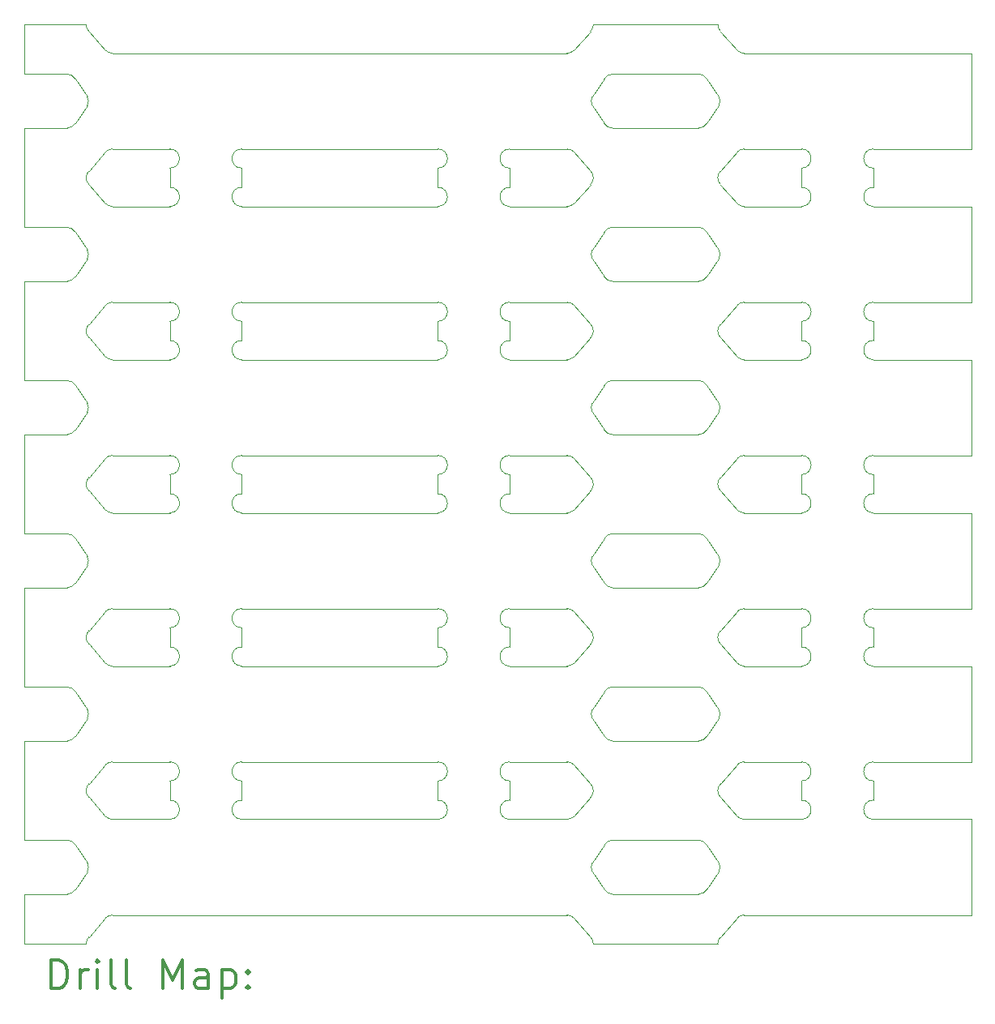
<source format=gbr>
%FSLAX45Y45*%
G04 Gerber Fmt 4.5, Leading zero omitted, Abs format (unit mm)*
G04 Created by KiCad (PCBNEW (5.1.10)-1) date 2021-12-18 23:32:23*
%MOMM*%
%LPD*%
G01*
G04 APERTURE LIST*
%TA.AperFunction,Profile*%
%ADD10C,0.050000*%
%TD*%
%ADD11C,0.200000*%
%ADD12C,0.300000*%
G04 APERTURE END LIST*
D10*
X9900000Y-17700000D02*
X9900000Y-18700000D01*
X9900000Y-16100000D02*
X9900000Y-17100000D01*
X9900000Y-14500000D02*
X9900000Y-15500000D01*
X9900000Y-12900000D02*
X9900000Y-13900000D01*
X9900000Y-11300000D02*
X9900000Y-12300000D01*
X9900000Y-9700000D02*
X9900000Y-10700000D01*
X8125000Y-18700000D02*
X8875000Y-18700000D01*
X5950000Y-19000000D02*
X7250000Y-19000000D01*
X1525000Y-18700000D02*
X2275000Y-18700000D01*
X0Y-19000000D02*
X650000Y-19000000D01*
X5950000Y-9400000D02*
X7250000Y-9400000D01*
X1525000Y-9700000D02*
X2275000Y-9700000D01*
X0Y-9400000D02*
X650000Y-9400000D01*
X2275000Y-17500000D02*
X2275000Y-17400000D01*
X2275000Y-15900000D02*
X2275000Y-15800000D01*
X2275000Y-14300000D02*
X2275000Y-14200000D01*
X2275000Y-12700000D02*
X2275000Y-12600000D01*
X2275000Y-11100000D02*
X2275000Y-11000000D01*
X1525000Y-17500000D02*
X1525000Y-17400000D01*
X1525000Y-15900000D02*
X1525000Y-15800000D01*
X1525000Y-14300000D02*
X1525000Y-14200000D01*
X1525000Y-12700000D02*
X1525000Y-12600000D01*
X1525000Y-11100000D02*
X1525000Y-11000000D01*
X1525000Y-17500000D02*
G75*
G02*
X1525000Y-17700000I0J-100000D01*
G01*
X1525000Y-15900000D02*
G75*
G02*
X1525000Y-16100000I0J-100000D01*
G01*
X1525000Y-14300000D02*
G75*
G02*
X1525000Y-14500000I0J-100000D01*
G01*
X1525000Y-12700000D02*
G75*
G02*
X1525000Y-12900000I0J-100000D01*
G01*
X1525000Y-11100000D02*
G75*
G02*
X1525000Y-11300000I0J-100000D01*
G01*
X2700000Y-17700000D02*
X2275000Y-17700000D01*
X2700000Y-16100000D02*
X2275000Y-16100000D01*
X2700000Y-14500000D02*
X2275000Y-14500000D01*
X2700000Y-12900000D02*
X2275000Y-12900000D01*
X2700000Y-11300000D02*
X2275000Y-11300000D01*
X1525000Y-17300000D02*
X1525000Y-17400000D01*
X1525000Y-15700000D02*
X1525000Y-15800000D01*
X1525000Y-14100000D02*
X1525000Y-14200000D01*
X1525000Y-12500000D02*
X1525000Y-12600000D01*
X2275000Y-17300000D02*
X2275000Y-17400000D01*
X2275000Y-15700000D02*
X2275000Y-15800000D01*
X2275000Y-14100000D02*
X2275000Y-14200000D01*
X2275000Y-12500000D02*
X2275000Y-12600000D01*
X2275000Y-17700000D02*
G75*
G02*
X2275000Y-17500000I0J100000D01*
G01*
X2275000Y-16100000D02*
G75*
G02*
X2275000Y-15900000I0J100000D01*
G01*
X2275000Y-14500000D02*
G75*
G02*
X2275000Y-14300000I0J100000D01*
G01*
X2275000Y-12900000D02*
G75*
G02*
X2275000Y-12700000I0J100000D01*
G01*
X2275000Y-11300000D02*
G75*
G02*
X2275000Y-11100000I0J100000D01*
G01*
X1525000Y-17700000D02*
X1100000Y-17700000D01*
X1525000Y-16100000D02*
X1100000Y-16100000D01*
X1525000Y-14500000D02*
X1100000Y-14500000D01*
X1525000Y-12900000D02*
X1100000Y-12900000D01*
X1525000Y-11300000D02*
X1100000Y-11300000D01*
X6150000Y-18482000D02*
X6600000Y-18482000D01*
X6150000Y-16882000D02*
X6600000Y-16882000D01*
X6150000Y-15282000D02*
X6600000Y-15282000D01*
X6150000Y-13682000D02*
X6600000Y-13682000D01*
X6150000Y-12082000D02*
X6600000Y-12082000D01*
X679289Y-17470711D02*
X854289Y-17670711D01*
X679289Y-15870711D02*
X854289Y-16070711D01*
X679289Y-14270711D02*
X854289Y-14470711D01*
X679289Y-12670711D02*
X854289Y-12870711D01*
X679289Y-11070711D02*
X854289Y-11270711D01*
X7136602Y-17968000D02*
G75*
G03*
X7050000Y-17918000I-86603J-50000D01*
G01*
X7136602Y-16368000D02*
G75*
G03*
X7050000Y-16318000I-86603J-50000D01*
G01*
X7136602Y-14768000D02*
G75*
G03*
X7050000Y-14718000I-86603J-50000D01*
G01*
X7136602Y-13168000D02*
G75*
G03*
X7050000Y-13118000I-86603J-50000D01*
G01*
X7136602Y-11568000D02*
G75*
G03*
X7050000Y-11518000I-86603J-50000D01*
G01*
X6063397Y-17968000D02*
G75*
G02*
X6150000Y-17918000I86603J-50000D01*
G01*
X6063397Y-16368000D02*
G75*
G02*
X6150000Y-16318000I86603J-50000D01*
G01*
X6063397Y-14768000D02*
G75*
G02*
X6150000Y-14718000I86603J-50000D01*
G01*
X6063397Y-13168000D02*
G75*
G02*
X6150000Y-13118000I86603J-50000D01*
G01*
X6063397Y-11568000D02*
G75*
G02*
X6150000Y-11518000I86603J-50000D01*
G01*
X7136602Y-18432000D02*
X7261000Y-18246699D01*
X7136602Y-16832000D02*
X7261000Y-16646699D01*
X7136602Y-15232000D02*
X7261000Y-15046699D01*
X7136602Y-13632000D02*
X7261000Y-13446699D01*
X7136602Y-12032000D02*
X7261000Y-11846699D01*
X7050000Y-17918000D02*
X6600000Y-17918000D01*
X7050000Y-16318000D02*
X6600000Y-16318000D01*
X7050000Y-14718000D02*
X6600000Y-14718000D01*
X7050000Y-13118000D02*
X6600000Y-13118000D01*
X7050000Y-11518000D02*
X6600000Y-11518000D01*
X7261000Y-18153301D02*
G75*
G02*
X7273513Y-18200000I-80885J-46699D01*
G01*
X7261000Y-16553301D02*
G75*
G02*
X7273513Y-16600000I-80885J-46699D01*
G01*
X7261000Y-14953301D02*
G75*
G02*
X7273513Y-15000000I-80885J-46699D01*
G01*
X7261000Y-13353301D02*
G75*
G02*
X7273513Y-13400000I-80885J-46699D01*
G01*
X7261000Y-11753301D02*
G75*
G02*
X7273513Y-11800000I-80885J-46699D01*
G01*
X4325000Y-17500000D02*
X4325000Y-17400000D01*
X4325000Y-15900000D02*
X4325000Y-15800000D01*
X4325000Y-14300000D02*
X4325000Y-14200000D01*
X4325000Y-12700000D02*
X4325000Y-12600000D01*
X4325000Y-11100000D02*
X4325000Y-11000000D01*
X6063397Y-17968000D02*
X5939000Y-18153301D01*
X6063397Y-16368000D02*
X5939000Y-16553301D01*
X6063397Y-14768000D02*
X5939000Y-14953301D01*
X6063397Y-13168000D02*
X5939000Y-13353301D01*
X6063397Y-11568000D02*
X5939000Y-11753301D01*
X4325000Y-17300000D02*
X4325000Y-17400000D01*
X4325000Y-15700000D02*
X4325000Y-15800000D01*
X4325000Y-14100000D02*
X4325000Y-14200000D01*
X4325000Y-12500000D02*
X4325000Y-12600000D01*
X5075000Y-17300000D02*
G75*
G02*
X5075000Y-17100000I0J100000D01*
G01*
X5075000Y-15700000D02*
G75*
G02*
X5075000Y-15500000I0J100000D01*
G01*
X5075000Y-14100000D02*
G75*
G02*
X5075000Y-13900000I0J100000D01*
G01*
X5075000Y-12500000D02*
G75*
G02*
X5075000Y-12300000I0J100000D01*
G01*
X5075000Y-18700000D02*
X5500000Y-18700000D01*
X5075000Y-17100000D02*
X5500000Y-17100000D01*
X5075000Y-15500000D02*
X5500000Y-15500000D01*
X5075000Y-13900000D02*
X5500000Y-13900000D01*
X5075000Y-12300000D02*
X5500000Y-12300000D01*
X5920711Y-18929289D02*
X5745711Y-18729289D01*
X5920711Y-17329289D02*
X5745711Y-17129289D01*
X5920711Y-15729289D02*
X5745711Y-15529289D01*
X5920711Y-14129289D02*
X5745711Y-13929289D01*
X5920711Y-12529289D02*
X5745711Y-12329289D01*
X5920711Y-18929289D02*
G75*
G02*
X5950000Y-19000000I-70711J-70711D01*
G01*
X5920711Y-17329289D02*
G75*
G02*
X5950000Y-17400000I-70711J-70711D01*
G01*
X5920711Y-15729289D02*
G75*
G02*
X5950000Y-15800000I-70711J-70711D01*
G01*
X5920711Y-14129289D02*
G75*
G02*
X5950000Y-14200000I-70711J-70711D01*
G01*
X5920711Y-12529289D02*
G75*
G02*
X5950000Y-12600000I-70711J-70711D01*
G01*
X3300000Y-17700000D02*
X3700000Y-17700000D01*
X3300000Y-16100000D02*
X3700000Y-16100000D01*
X3300000Y-14500000D02*
X3700000Y-14500000D01*
X3300000Y-12900000D02*
X3700000Y-12900000D01*
X3300000Y-11300000D02*
X3700000Y-11300000D01*
X6150000Y-17918000D02*
X6600000Y-17918000D01*
X6150000Y-16318000D02*
X6600000Y-16318000D01*
X6150000Y-14718000D02*
X6600000Y-14718000D01*
X6150000Y-13118000D02*
X6600000Y-13118000D01*
X6150000Y-11518000D02*
X6600000Y-11518000D01*
X5675000Y-18700000D02*
X5500000Y-18700000D01*
X5675000Y-17100000D02*
X5500000Y-17100000D01*
X5675000Y-15500000D02*
X5500000Y-15500000D01*
X5675000Y-13900000D02*
X5500000Y-13900000D01*
X5675000Y-12300000D02*
X5500000Y-12300000D01*
X5939000Y-18246699D02*
G75*
G02*
X5926487Y-18200000I80885J46699D01*
G01*
X5939000Y-16646699D02*
G75*
G02*
X5926487Y-16600000I80885J46699D01*
G01*
X5939000Y-15046699D02*
G75*
G02*
X5926487Y-15000000I80885J46699D01*
G01*
X5939000Y-13446699D02*
G75*
G02*
X5926487Y-13400000I80885J46699D01*
G01*
X5939000Y-11846699D02*
G75*
G02*
X5926487Y-11800000I80885J46699D01*
G01*
X3900000Y-18700000D02*
X3700000Y-18700000D01*
X3900000Y-17100000D02*
X3700000Y-17100000D01*
X3900000Y-15500000D02*
X3700000Y-15500000D01*
X3900000Y-13900000D02*
X3700000Y-13900000D01*
X3900000Y-12300000D02*
X3700000Y-12300000D01*
X925000Y-18700000D02*
X1100000Y-18700000D01*
X925000Y-17100000D02*
X1100000Y-17100000D01*
X925000Y-15500000D02*
X1100000Y-15500000D01*
X925000Y-13900000D02*
X1100000Y-13900000D01*
X925000Y-12300000D02*
X1100000Y-12300000D01*
X5920711Y-17470711D02*
G75*
G03*
X5950000Y-17400000I-70711J70711D01*
G01*
X5920711Y-15870711D02*
G75*
G03*
X5950000Y-15800000I-70711J70711D01*
G01*
X5920711Y-14270711D02*
G75*
G03*
X5950000Y-14200000I-70711J70711D01*
G01*
X5920711Y-12670711D02*
G75*
G03*
X5950000Y-12600000I-70711J70711D01*
G01*
X5920711Y-11070711D02*
G75*
G03*
X5950000Y-11000000I-70711J70711D01*
G01*
X3700000Y-17700000D02*
X3900000Y-17700000D01*
X3700000Y-16100000D02*
X3900000Y-16100000D01*
X3700000Y-14500000D02*
X3900000Y-14500000D01*
X3700000Y-12900000D02*
X3900000Y-12900000D01*
X3700000Y-11300000D02*
X3900000Y-11300000D01*
X3600000Y-18700000D02*
X3700000Y-18700000D01*
X3600000Y-17100000D02*
X3700000Y-17100000D01*
X3600000Y-15500000D02*
X3700000Y-15500000D01*
X3600000Y-13900000D02*
X3700000Y-13900000D01*
X3600000Y-12300000D02*
X3700000Y-12300000D01*
X925000Y-17700000D02*
X1100000Y-17700000D01*
X925000Y-16100000D02*
X1100000Y-16100000D01*
X925000Y-14500000D02*
X1100000Y-14500000D01*
X925000Y-12900000D02*
X1100000Y-12900000D01*
X925000Y-11300000D02*
X1100000Y-11300000D01*
X5745711Y-17670711D02*
G75*
G02*
X5675000Y-17700000I-70711J70711D01*
G01*
X5745711Y-16070711D02*
G75*
G02*
X5675000Y-16100000I-70711J70711D01*
G01*
X5745711Y-14470711D02*
G75*
G02*
X5675000Y-14500000I-70711J70711D01*
G01*
X5745711Y-12870711D02*
G75*
G02*
X5675000Y-12900000I-70711J70711D01*
G01*
X5745711Y-11270711D02*
G75*
G02*
X5675000Y-11300000I-70711J70711D01*
G01*
X5745711Y-18729289D02*
G75*
G03*
X5675000Y-18700000I-70711J-70711D01*
G01*
X5745711Y-17129289D02*
G75*
G03*
X5675000Y-17100000I-70711J-70711D01*
G01*
X5745711Y-15529289D02*
G75*
G03*
X5675000Y-15500000I-70711J-70711D01*
G01*
X5745711Y-13929289D02*
G75*
G03*
X5675000Y-13900000I-70711J-70711D01*
G01*
X5745711Y-12329289D02*
G75*
G03*
X5675000Y-12300000I-70711J-70711D01*
G01*
X5075000Y-17700000D02*
G75*
G02*
X5075000Y-17500000I0J100000D01*
G01*
X5075000Y-16100000D02*
G75*
G02*
X5075000Y-15900000I0J100000D01*
G01*
X5075000Y-14500000D02*
G75*
G02*
X5075000Y-14300000I0J100000D01*
G01*
X5075000Y-12900000D02*
G75*
G02*
X5075000Y-12700000I0J100000D01*
G01*
X5075000Y-11300000D02*
G75*
G02*
X5075000Y-11100000I0J100000D01*
G01*
X4325000Y-17500000D02*
G75*
G02*
X4325000Y-17700000I0J-100000D01*
G01*
X4325000Y-15900000D02*
G75*
G02*
X4325000Y-16100000I0J-100000D01*
G01*
X4325000Y-14300000D02*
G75*
G02*
X4325000Y-14500000I0J-100000D01*
G01*
X4325000Y-12700000D02*
G75*
G02*
X4325000Y-12900000I0J-100000D01*
G01*
X4325000Y-11100000D02*
G75*
G02*
X4325000Y-11300000I0J-100000D01*
G01*
X5075000Y-17300000D02*
X5075000Y-17400000D01*
X5075000Y-15700000D02*
X5075000Y-15800000D01*
X5075000Y-14100000D02*
X5075000Y-14200000D01*
X5075000Y-12500000D02*
X5075000Y-12600000D01*
X4325000Y-17700000D02*
X3900000Y-17700000D01*
X4325000Y-16100000D02*
X3900000Y-16100000D01*
X4325000Y-14500000D02*
X3900000Y-14500000D01*
X4325000Y-12900000D02*
X3900000Y-12900000D01*
X4325000Y-11300000D02*
X3900000Y-11300000D01*
X6063397Y-18432000D02*
G75*
G03*
X6150000Y-18482000I86603J50000D01*
G01*
X6063397Y-16832000D02*
G75*
G03*
X6150000Y-16882000I86603J50000D01*
G01*
X6063397Y-15232000D02*
G75*
G03*
X6150000Y-15282000I86603J50000D01*
G01*
X6063397Y-13632000D02*
G75*
G03*
X6150000Y-13682000I86603J50000D01*
G01*
X6063397Y-12032000D02*
G75*
G03*
X6150000Y-12082000I86603J50000D01*
G01*
X4325000Y-17100000D02*
G75*
G02*
X4325000Y-17300000I0J-100000D01*
G01*
X4325000Y-15500000D02*
G75*
G02*
X4325000Y-15700000I0J-100000D01*
G01*
X4325000Y-13900000D02*
G75*
G02*
X4325000Y-14100000I0J-100000D01*
G01*
X4325000Y-12300000D02*
G75*
G02*
X4325000Y-12500000I0J-100000D01*
G01*
X5745711Y-17670711D02*
X5920711Y-17470711D01*
X5745711Y-16070711D02*
X5920711Y-15870711D01*
X5745711Y-14470711D02*
X5920711Y-14270711D01*
X5745711Y-12870711D02*
X5920711Y-12670711D01*
X5745711Y-11270711D02*
X5920711Y-11070711D01*
X5939000Y-18153301D02*
G75*
G03*
X5926487Y-18200000I80885J-46699D01*
G01*
X5939000Y-16553301D02*
G75*
G03*
X5926487Y-16600000I80885J-46699D01*
G01*
X5939000Y-14953301D02*
G75*
G03*
X5926487Y-15000000I80885J-46699D01*
G01*
X5939000Y-13353301D02*
G75*
G03*
X5926487Y-13400000I80885J-46699D01*
G01*
X5939000Y-11753301D02*
G75*
G03*
X5926487Y-11800000I80885J-46699D01*
G01*
X854289Y-18729289D02*
X679289Y-18929289D01*
X854289Y-17129289D02*
X679289Y-17329289D01*
X854289Y-15529289D02*
X679289Y-15729289D01*
X854289Y-13929289D02*
X679289Y-14129289D01*
X854289Y-12329289D02*
X679289Y-12529289D01*
X5075000Y-17500000D02*
X5075000Y-17400000D01*
X5075000Y-15900000D02*
X5075000Y-15800000D01*
X5075000Y-14300000D02*
X5075000Y-14200000D01*
X5075000Y-12700000D02*
X5075000Y-12600000D01*
X5075000Y-11100000D02*
X5075000Y-11000000D01*
X7454289Y-18729289D02*
G75*
G02*
X7525000Y-18700000I70711J-70711D01*
G01*
X7454289Y-17129289D02*
G75*
G02*
X7525000Y-17100000I70711J-70711D01*
G01*
X7454289Y-15529289D02*
G75*
G02*
X7525000Y-15500000I70711J-70711D01*
G01*
X7454289Y-13929289D02*
G75*
G02*
X7525000Y-13900000I70711J-70711D01*
G01*
X7454289Y-12329289D02*
G75*
G02*
X7525000Y-12300000I70711J-70711D01*
G01*
X9600000Y-17700000D02*
X9500000Y-17700000D01*
X9600000Y-16100000D02*
X9500000Y-16100000D01*
X9600000Y-14500000D02*
X9500000Y-14500000D01*
X9600000Y-12900000D02*
X9500000Y-12900000D01*
X9600000Y-11300000D02*
X9500000Y-11300000D01*
X9900000Y-18700000D02*
X9500000Y-18700000D01*
X9900000Y-17100000D02*
X9500000Y-17100000D01*
X9900000Y-15500000D02*
X9500000Y-15500000D01*
X9900000Y-13900000D02*
X9500000Y-13900000D01*
X9900000Y-12300000D02*
X9500000Y-12300000D01*
X7136602Y-18432000D02*
G75*
G02*
X7050000Y-18482000I-86603J50000D01*
G01*
X7136602Y-16832000D02*
G75*
G02*
X7050000Y-16882000I-86603J50000D01*
G01*
X7136602Y-15232000D02*
G75*
G02*
X7050000Y-15282000I-86603J50000D01*
G01*
X7136602Y-13632000D02*
G75*
G02*
X7050000Y-13682000I-86603J50000D01*
G01*
X7136602Y-12032000D02*
G75*
G02*
X7050000Y-12082000I-86603J50000D01*
G01*
X3600000Y-18700000D02*
X3300000Y-18700000D01*
X3600000Y-17100000D02*
X3300000Y-17100000D01*
X3600000Y-15500000D02*
X3300000Y-15500000D01*
X3600000Y-13900000D02*
X3300000Y-13900000D01*
X3600000Y-12300000D02*
X3300000Y-12300000D01*
X5500000Y-17700000D02*
X5075000Y-17700000D01*
X5500000Y-16100000D02*
X5075000Y-16100000D01*
X5500000Y-14500000D02*
X5075000Y-14500000D01*
X5500000Y-12900000D02*
X5075000Y-12900000D01*
X5500000Y-11300000D02*
X5075000Y-11300000D01*
X9600000Y-17700000D02*
X9900000Y-17700000D01*
X9600000Y-16100000D02*
X9900000Y-16100000D01*
X9600000Y-14500000D02*
X9900000Y-14500000D01*
X9600000Y-12900000D02*
X9900000Y-12900000D01*
X9600000Y-11300000D02*
X9900000Y-11300000D01*
X6063397Y-18432000D02*
X5939000Y-18246699D01*
X6063397Y-16832000D02*
X5939000Y-16646699D01*
X6063397Y-15232000D02*
X5939000Y-15046699D01*
X6063397Y-13632000D02*
X5939000Y-13446699D01*
X6063397Y-12032000D02*
X5939000Y-11846699D01*
X5675000Y-17700000D02*
X5500000Y-17700000D01*
X5675000Y-16100000D02*
X5500000Y-16100000D01*
X5675000Y-14500000D02*
X5500000Y-14500000D01*
X5675000Y-12900000D02*
X5500000Y-12900000D01*
X5675000Y-11300000D02*
X5500000Y-11300000D01*
X7261000Y-18246699D02*
G75*
G03*
X7273513Y-18200000I-80885J46699D01*
G01*
X7261000Y-16646699D02*
G75*
G03*
X7273513Y-16600000I-80885J46699D01*
G01*
X7261000Y-15046699D02*
G75*
G03*
X7273513Y-15000000I-80885J46699D01*
G01*
X7261000Y-13446699D02*
G75*
G03*
X7273513Y-13400000I-80885J46699D01*
G01*
X7261000Y-11846699D02*
G75*
G03*
X7273513Y-11800000I-80885J46699D01*
G01*
X7136602Y-17968000D02*
X7261000Y-18153301D01*
X7136602Y-16368000D02*
X7261000Y-16553301D01*
X7136602Y-14768000D02*
X7261000Y-14953301D01*
X7136602Y-13168000D02*
X7261000Y-13353301D01*
X7136602Y-11568000D02*
X7261000Y-11753301D01*
X3900000Y-18700000D02*
X5075000Y-18700000D01*
X3900000Y-17100000D02*
X4325000Y-17100000D01*
X3900000Y-15500000D02*
X4325000Y-15500000D01*
X3900000Y-13900000D02*
X4325000Y-13900000D01*
X3900000Y-12300000D02*
X4325000Y-12300000D01*
X2700000Y-17700000D02*
X2900000Y-17700000D01*
X2700000Y-16100000D02*
X2900000Y-16100000D01*
X2700000Y-14500000D02*
X2900000Y-14500000D01*
X2700000Y-12900000D02*
X2900000Y-12900000D01*
X2700000Y-11300000D02*
X2900000Y-11300000D01*
X7454289Y-17670711D02*
G75*
G03*
X7525000Y-17700000I70711J70711D01*
G01*
X7454289Y-16070711D02*
G75*
G03*
X7525000Y-16100000I70711J70711D01*
G01*
X7454289Y-14470711D02*
G75*
G03*
X7525000Y-14500000I70711J70711D01*
G01*
X7454289Y-12870711D02*
G75*
G03*
X7525000Y-12900000I70711J70711D01*
G01*
X7454289Y-11270711D02*
G75*
G03*
X7525000Y-11300000I70711J70711D01*
G01*
X1525000Y-17100000D02*
G75*
G02*
X1525000Y-17300000I0J-100000D01*
G01*
X1525000Y-15500000D02*
G75*
G02*
X1525000Y-15700000I0J-100000D01*
G01*
X1525000Y-13900000D02*
G75*
G02*
X1525000Y-14100000I0J-100000D01*
G01*
X1525000Y-12300000D02*
G75*
G02*
X1525000Y-12500000I0J-100000D01*
G01*
X2275000Y-17300000D02*
G75*
G02*
X2275000Y-17100000I0J100000D01*
G01*
X2275000Y-15700000D02*
G75*
G02*
X2275000Y-15500000I0J100000D01*
G01*
X2275000Y-14100000D02*
G75*
G02*
X2275000Y-13900000I0J100000D01*
G01*
X2275000Y-12500000D02*
G75*
G02*
X2275000Y-12300000I0J100000D01*
G01*
X1100000Y-18700000D02*
X1525000Y-18700000D01*
X1100000Y-17100000D02*
X1525000Y-17100000D01*
X1100000Y-15500000D02*
X1525000Y-15500000D01*
X1100000Y-13900000D02*
X1525000Y-13900000D01*
X1100000Y-12300000D02*
X1525000Y-12300000D01*
X2275000Y-18700000D02*
X2700000Y-18700000D01*
X2275000Y-17100000D02*
X2700000Y-17100000D01*
X2275000Y-15500000D02*
X2700000Y-15500000D01*
X2275000Y-13900000D02*
X2700000Y-13900000D01*
X2275000Y-12300000D02*
X2700000Y-12300000D01*
X679289Y-17470711D02*
G75*
G02*
X650000Y-17400000I70711J70711D01*
G01*
X679289Y-15870711D02*
G75*
G02*
X650000Y-15800000I70711J70711D01*
G01*
X679289Y-14270711D02*
G75*
G02*
X650000Y-14200000I70711J70711D01*
G01*
X679289Y-12670711D02*
G75*
G02*
X650000Y-12600000I70711J70711D01*
G01*
X679289Y-11070711D02*
G75*
G02*
X650000Y-11000000I70711J70711D01*
G01*
X679289Y-18929289D02*
G75*
G03*
X650000Y-19000000I70711J-70711D01*
G01*
X679289Y-17329289D02*
G75*
G03*
X650000Y-17400000I70711J-70711D01*
G01*
X679289Y-15729289D02*
G75*
G03*
X650000Y-15800000I70711J-70711D01*
G01*
X679289Y-14129289D02*
G75*
G03*
X650000Y-14200000I70711J-70711D01*
G01*
X679289Y-12529289D02*
G75*
G03*
X650000Y-12600000I70711J-70711D01*
G01*
X7525000Y-18700000D02*
X7700000Y-18700000D01*
X7525000Y-17100000D02*
X7700000Y-17100000D01*
X7525000Y-15500000D02*
X7700000Y-15500000D01*
X7525000Y-13900000D02*
X7700000Y-13900000D01*
X7525000Y-12300000D02*
X7700000Y-12300000D01*
X8125000Y-17500000D02*
G75*
G02*
X8125000Y-17700000I0J-100000D01*
G01*
X8125000Y-15900000D02*
G75*
G02*
X8125000Y-16100000I0J-100000D01*
G01*
X8125000Y-14300000D02*
G75*
G02*
X8125000Y-14500000I0J-100000D01*
G01*
X8125000Y-12700000D02*
G75*
G02*
X8125000Y-12900000I0J-100000D01*
G01*
X8125000Y-11100000D02*
G75*
G02*
X8125000Y-11300000I0J-100000D01*
G01*
X9300000Y-17700000D02*
X8875000Y-17700000D01*
X9300000Y-16100000D02*
X8875000Y-16100000D01*
X9300000Y-14500000D02*
X8875000Y-14500000D01*
X9300000Y-12900000D02*
X8875000Y-12900000D01*
X9300000Y-11300000D02*
X8875000Y-11300000D01*
X8125000Y-17500000D02*
X8125000Y-17400000D01*
X8125000Y-15900000D02*
X8125000Y-15800000D01*
X8125000Y-14300000D02*
X8125000Y-14200000D01*
X8125000Y-12700000D02*
X8125000Y-12600000D01*
X8125000Y-11100000D02*
X8125000Y-11000000D01*
X8125000Y-17100000D02*
G75*
G02*
X8125000Y-17300000I0J-100000D01*
G01*
X8125000Y-15500000D02*
G75*
G02*
X8125000Y-15700000I0J-100000D01*
G01*
X8125000Y-13900000D02*
G75*
G02*
X8125000Y-14100000I0J-100000D01*
G01*
X8125000Y-12300000D02*
G75*
G02*
X8125000Y-12500000I0J-100000D01*
G01*
X8875000Y-17300000D02*
X8875000Y-17400000D01*
X8875000Y-15700000D02*
X8875000Y-15800000D01*
X8875000Y-14100000D02*
X8875000Y-14200000D01*
X8875000Y-12500000D02*
X8875000Y-12600000D01*
X7279289Y-18929289D02*
G75*
G03*
X7250000Y-19000000I70711J-70711D01*
G01*
X7279289Y-17329289D02*
G75*
G03*
X7250000Y-17400000I70711J-70711D01*
G01*
X7279289Y-15729289D02*
G75*
G03*
X7250000Y-15800000I70711J-70711D01*
G01*
X7279289Y-14129289D02*
G75*
G03*
X7250000Y-14200000I70711J-70711D01*
G01*
X7279289Y-12529289D02*
G75*
G03*
X7250000Y-12600000I70711J-70711D01*
G01*
X7700000Y-18700000D02*
X8125000Y-18700000D01*
X7700000Y-17100000D02*
X8125000Y-17100000D01*
X7700000Y-15500000D02*
X8125000Y-15500000D01*
X7700000Y-13900000D02*
X8125000Y-13900000D01*
X7700000Y-12300000D02*
X8125000Y-12300000D01*
X8125000Y-17300000D02*
X8125000Y-17400000D01*
X8125000Y-15700000D02*
X8125000Y-15800000D01*
X8125000Y-14100000D02*
X8125000Y-14200000D01*
X8125000Y-12500000D02*
X8125000Y-12600000D01*
X8875000Y-17300000D02*
G75*
G02*
X8875000Y-17100000I0J100000D01*
G01*
X8875000Y-15700000D02*
G75*
G02*
X8875000Y-15500000I0J100000D01*
G01*
X8875000Y-14100000D02*
G75*
G02*
X8875000Y-13900000I0J100000D01*
G01*
X8875000Y-12500000D02*
G75*
G02*
X8875000Y-12300000I0J100000D01*
G01*
X7525000Y-17700000D02*
X7700000Y-17700000D01*
X7525000Y-16100000D02*
X7700000Y-16100000D01*
X7525000Y-14500000D02*
X7700000Y-14500000D01*
X7525000Y-12900000D02*
X7700000Y-12900000D01*
X7525000Y-11300000D02*
X7700000Y-11300000D01*
X7454289Y-18729289D02*
X7279289Y-18929289D01*
X7454289Y-17129289D02*
X7279289Y-17329289D01*
X7454289Y-15529289D02*
X7279289Y-15729289D01*
X7454289Y-13929289D02*
X7279289Y-14129289D01*
X7454289Y-12329289D02*
X7279289Y-12529289D01*
X8875000Y-18700000D02*
X9300000Y-18700000D01*
X8875000Y-17100000D02*
X9300000Y-17100000D01*
X8875000Y-15500000D02*
X9300000Y-15500000D01*
X8875000Y-13900000D02*
X9300000Y-13900000D01*
X8875000Y-12300000D02*
X9300000Y-12300000D01*
X7050000Y-18482000D02*
X6600000Y-18482000D01*
X7050000Y-16882000D02*
X6600000Y-16882000D01*
X7050000Y-15282000D02*
X6600000Y-15282000D01*
X7050000Y-13682000D02*
X6600000Y-13682000D01*
X7050000Y-12082000D02*
X6600000Y-12082000D01*
X8125000Y-17700000D02*
X7700000Y-17700000D01*
X8125000Y-16100000D02*
X7700000Y-16100000D01*
X8125000Y-14500000D02*
X7700000Y-14500000D01*
X8125000Y-12900000D02*
X7700000Y-12900000D01*
X8125000Y-11300000D02*
X7700000Y-11300000D01*
X7279289Y-17470711D02*
X7454289Y-17670711D01*
X7279289Y-15870711D02*
X7454289Y-16070711D01*
X7279289Y-14270711D02*
X7454289Y-14470711D01*
X7279289Y-12670711D02*
X7454289Y-12870711D01*
X7279289Y-11070711D02*
X7454289Y-11270711D01*
X7279289Y-17470711D02*
G75*
G02*
X7250000Y-17400000I70711J70711D01*
G01*
X7279289Y-15870711D02*
G75*
G02*
X7250000Y-15800000I70711J70711D01*
G01*
X7279289Y-14270711D02*
G75*
G02*
X7250000Y-14200000I70711J70711D01*
G01*
X7279289Y-12670711D02*
G75*
G02*
X7250000Y-12600000I70711J70711D01*
G01*
X7279289Y-11070711D02*
G75*
G02*
X7250000Y-11000000I70711J70711D01*
G01*
X8875000Y-17700000D02*
G75*
G02*
X8875000Y-17500000I0J100000D01*
G01*
X8875000Y-16100000D02*
G75*
G02*
X8875000Y-15900000I0J100000D01*
G01*
X8875000Y-14500000D02*
G75*
G02*
X8875000Y-14300000I0J100000D01*
G01*
X8875000Y-12900000D02*
G75*
G02*
X8875000Y-12700000I0J100000D01*
G01*
X8875000Y-11300000D02*
G75*
G02*
X8875000Y-11100000I0J100000D01*
G01*
X8875000Y-17500000D02*
X8875000Y-17400000D01*
X8875000Y-15900000D02*
X8875000Y-15800000D01*
X8875000Y-14300000D02*
X8875000Y-14200000D01*
X8875000Y-12700000D02*
X8875000Y-12600000D01*
X8875000Y-11100000D02*
X8875000Y-11000000D01*
X9300000Y-17700000D02*
X9500000Y-17700000D01*
X9300000Y-16100000D02*
X9500000Y-16100000D01*
X9300000Y-14500000D02*
X9500000Y-14500000D01*
X9300000Y-12900000D02*
X9500000Y-12900000D01*
X9300000Y-11300000D02*
X9500000Y-11300000D01*
X9500000Y-18700000D02*
X9300000Y-18700000D01*
X9500000Y-17100000D02*
X9300000Y-17100000D01*
X9500000Y-15500000D02*
X9300000Y-15500000D01*
X9500000Y-13900000D02*
X9300000Y-13900000D01*
X9500000Y-12300000D02*
X9300000Y-12300000D01*
X2900000Y-18700000D02*
X2700000Y-18700000D01*
X2900000Y-17100000D02*
X2700000Y-17100000D01*
X2900000Y-15500000D02*
X2700000Y-15500000D01*
X2900000Y-13900000D02*
X2700000Y-13900000D01*
X2900000Y-12300000D02*
X2700000Y-12300000D01*
X450000Y-18482000D02*
X0Y-18482000D01*
X450000Y-16882000D02*
X0Y-16882000D01*
X450000Y-15282000D02*
X0Y-15282000D01*
X450000Y-13682000D02*
X0Y-13682000D01*
X450000Y-12082000D02*
X0Y-12082000D01*
X0Y-19000000D02*
X0Y-18482000D01*
X0Y-17400000D02*
X0Y-16882000D01*
X0Y-15800000D02*
X0Y-15282000D01*
X0Y-14200000D02*
X0Y-13682000D01*
X0Y-12600000D02*
X0Y-12082000D01*
X854289Y-18729289D02*
G75*
G02*
X925000Y-18700000I70711J-70711D01*
G01*
X854289Y-17129289D02*
G75*
G02*
X925000Y-17100000I70711J-70711D01*
G01*
X854289Y-15529289D02*
G75*
G02*
X925000Y-15500000I70711J-70711D01*
G01*
X854289Y-13929289D02*
G75*
G02*
X925000Y-13900000I70711J-70711D01*
G01*
X854289Y-12329289D02*
G75*
G02*
X925000Y-12300000I70711J-70711D01*
G01*
X3000000Y-17700000D02*
X2900000Y-17700000D01*
X3000000Y-16100000D02*
X2900000Y-16100000D01*
X3000000Y-14500000D02*
X2900000Y-14500000D01*
X3000000Y-12900000D02*
X2900000Y-12900000D01*
X3000000Y-11300000D02*
X2900000Y-11300000D01*
X0Y-17400000D02*
X0Y-17918000D01*
X0Y-15800000D02*
X0Y-16318000D01*
X0Y-14200000D02*
X0Y-14718000D01*
X0Y-12600000D02*
X0Y-13118000D01*
X0Y-11000000D02*
X0Y-11518000D01*
X3300000Y-18700000D02*
X2900000Y-18700000D01*
X3300000Y-17100000D02*
X2900000Y-17100000D01*
X3300000Y-15500000D02*
X2900000Y-15500000D01*
X3300000Y-13900000D02*
X2900000Y-13900000D01*
X3300000Y-12300000D02*
X2900000Y-12300000D01*
X536603Y-18432000D02*
G75*
G02*
X450000Y-18482000I-86603J50000D01*
G01*
X536603Y-16832000D02*
G75*
G02*
X450000Y-16882000I-86603J50000D01*
G01*
X536603Y-15232000D02*
G75*
G02*
X450000Y-15282000I-86603J50000D01*
G01*
X536603Y-13632000D02*
G75*
G02*
X450000Y-13682000I-86603J50000D01*
G01*
X536603Y-12032000D02*
G75*
G02*
X450000Y-12082000I-86603J50000D01*
G01*
X3000000Y-17700000D02*
X3300000Y-17700000D01*
X3000000Y-16100000D02*
X3300000Y-16100000D01*
X3000000Y-14500000D02*
X3300000Y-14500000D01*
X3000000Y-12900000D02*
X3300000Y-12900000D01*
X3000000Y-11300000D02*
X3300000Y-11300000D01*
X661000Y-18246699D02*
G75*
G03*
X673513Y-18200000I-80885J46699D01*
G01*
X661000Y-16646699D02*
G75*
G03*
X673513Y-16600000I-80885J46699D01*
G01*
X661000Y-15046699D02*
G75*
G03*
X673513Y-15000000I-80885J46699D01*
G01*
X661000Y-13446699D02*
G75*
G03*
X673513Y-13400000I-80885J46699D01*
G01*
X661000Y-11846699D02*
G75*
G03*
X673513Y-11800000I-80885J46699D01*
G01*
X536603Y-17968000D02*
X661000Y-18153301D01*
X536603Y-16368000D02*
X661000Y-16553301D01*
X536603Y-14768000D02*
X661000Y-14953301D01*
X536603Y-13168000D02*
X661000Y-13353301D01*
X536603Y-11568000D02*
X661000Y-11753301D01*
X536603Y-17968000D02*
G75*
G03*
X450000Y-17918000I-86603J-50000D01*
G01*
X536603Y-16368000D02*
G75*
G03*
X450000Y-16318000I-86603J-50000D01*
G01*
X536603Y-14768000D02*
G75*
G03*
X450000Y-14718000I-86603J-50000D01*
G01*
X536603Y-13168000D02*
G75*
G03*
X450000Y-13118000I-86603J-50000D01*
G01*
X536603Y-11568000D02*
G75*
G03*
X450000Y-11518000I-86603J-50000D01*
G01*
X536603Y-18432000D02*
X661000Y-18246699D01*
X536603Y-16832000D02*
X661000Y-16646699D01*
X536603Y-15232000D02*
X661000Y-15046699D01*
X536603Y-13632000D02*
X661000Y-13446699D01*
X536603Y-12032000D02*
X661000Y-11846699D01*
X450000Y-17918000D02*
X0Y-17918000D01*
X450000Y-16318000D02*
X0Y-16318000D01*
X450000Y-14718000D02*
X0Y-14718000D01*
X450000Y-13118000D02*
X0Y-13118000D01*
X450000Y-11518000D02*
X0Y-11518000D01*
X661000Y-18153301D02*
G75*
G02*
X673513Y-18200000I-80885J-46699D01*
G01*
X661000Y-16553301D02*
G75*
G02*
X673513Y-16600000I-80885J-46699D01*
G01*
X661000Y-14953301D02*
G75*
G02*
X673513Y-15000000I-80885J-46699D01*
G01*
X661000Y-13353301D02*
G75*
G02*
X673513Y-13400000I-80885J-46699D01*
G01*
X661000Y-11753301D02*
G75*
G02*
X673513Y-11800000I-80885J-46699D01*
G01*
X854289Y-17670711D02*
G75*
G03*
X925000Y-17700000I70711J70711D01*
G01*
X854289Y-16070711D02*
G75*
G03*
X925000Y-16100000I70711J70711D01*
G01*
X854289Y-14470711D02*
G75*
G03*
X925000Y-14500000I70711J70711D01*
G01*
X854289Y-12870711D02*
G75*
G03*
X925000Y-12900000I70711J70711D01*
G01*
X854289Y-11270711D02*
G75*
G03*
X925000Y-11300000I70711J70711D01*
G01*
X9300000Y-9700000D02*
X8125000Y-9700000D01*
X8125000Y-10900000D02*
X8125000Y-11000000D01*
X8875000Y-10900000D02*
X8875000Y-11000000D01*
X8125000Y-9700000D02*
X7700000Y-9700000D01*
X7279289Y-9470711D02*
X7454289Y-9670711D01*
X7525000Y-10700000D02*
X7700000Y-10700000D01*
X7525000Y-9700000D02*
X7700000Y-9700000D01*
X7454289Y-10729289D02*
X7279289Y-10929289D01*
X9300000Y-9700000D02*
X9500000Y-9700000D01*
X8125000Y-10700000D02*
G75*
G02*
X8125000Y-10900000I0J-100000D01*
G01*
X8875000Y-10900000D02*
G75*
G02*
X8875000Y-10700000I0J100000D01*
G01*
X7700000Y-10700000D02*
X8125000Y-10700000D01*
X8875000Y-10700000D02*
X9300000Y-10700000D01*
X7279289Y-9470711D02*
G75*
G02*
X7250000Y-9400000I70711J70711D01*
G01*
X7279289Y-10929289D02*
G75*
G03*
X7250000Y-11000000I70711J-70711D01*
G01*
X9500000Y-10700000D02*
X9300000Y-10700000D01*
X7050000Y-10482000D02*
X6600000Y-10482000D01*
X7454289Y-10729289D02*
G75*
G02*
X7525000Y-10700000I70711J-70711D01*
G01*
X9600000Y-9700000D02*
X9500000Y-9700000D01*
X9900000Y-10700000D02*
X9500000Y-10700000D01*
X7136602Y-10432000D02*
G75*
G02*
X7050000Y-10482000I-86603J50000D01*
G01*
X9600000Y-9700000D02*
X9900000Y-9700000D01*
X7261000Y-10246699D02*
G75*
G03*
X7273513Y-10200000I-80885J46699D01*
G01*
X7136602Y-9968000D02*
X7261000Y-10153301D01*
X7136602Y-9968000D02*
G75*
G03*
X7050000Y-9918000I-86603J-50000D01*
G01*
X7136602Y-10432000D02*
X7261000Y-10246699D01*
X7050000Y-9918000D02*
X6600000Y-9918000D01*
X7261000Y-10153301D02*
G75*
G02*
X7273513Y-10200000I-80885J-46699D01*
G01*
X7454289Y-9670711D02*
G75*
G03*
X7525000Y-9700000I70711J70711D01*
G01*
X4325000Y-10900000D02*
X4325000Y-11000000D01*
X5075000Y-10900000D02*
X5075000Y-11000000D01*
X5075000Y-10900000D02*
G75*
G02*
X5075000Y-10700000I0J100000D01*
G01*
X3900000Y-10700000D02*
X4325000Y-10700000D01*
X4325000Y-10700000D02*
G75*
G02*
X4325000Y-10900000I0J-100000D01*
G01*
X5075000Y-10700000D02*
X5500000Y-10700000D01*
X5920711Y-10929289D02*
X5745711Y-10729289D01*
X5675000Y-9700000D02*
X5500000Y-9700000D01*
X5675000Y-10700000D02*
X5500000Y-10700000D01*
X5745711Y-9670711D02*
X5920711Y-9470711D01*
X3900000Y-10700000D02*
X3700000Y-10700000D01*
X5500000Y-9700000D02*
X5075000Y-9700000D01*
X5075000Y-9700000D02*
X3900000Y-9700000D01*
X5920711Y-10929289D02*
G75*
G02*
X5950000Y-11000000I-70711J-70711D01*
G01*
X5920711Y-9470711D02*
G75*
G03*
X5950000Y-9400000I-70711J70711D01*
G01*
X3700000Y-9700000D02*
X3900000Y-9700000D01*
X6150000Y-9918000D02*
X6600000Y-9918000D01*
X5745711Y-9670711D02*
G75*
G02*
X5675000Y-9700000I-70711J70711D01*
G01*
X3600000Y-10700000D02*
X3700000Y-10700000D01*
X3300000Y-9700000D02*
X3700000Y-9700000D01*
X6063397Y-9968000D02*
G75*
G02*
X6150000Y-9918000I86603J-50000D01*
G01*
X3600000Y-10700000D02*
X3300000Y-10700000D01*
X5939000Y-10153301D02*
G75*
G03*
X5926487Y-10200000I80885J-46699D01*
G01*
X6063397Y-10432000D02*
X5939000Y-10246699D01*
X6063397Y-10432000D02*
G75*
G03*
X6150000Y-10482000I86603J50000D01*
G01*
X6063397Y-9968000D02*
X5939000Y-10153301D01*
X6150000Y-10482000D02*
X6600000Y-10482000D01*
X5939000Y-10246699D02*
G75*
G02*
X5926487Y-10200000I80885J46699D01*
G01*
X5745711Y-10729289D02*
G75*
G03*
X5675000Y-10700000I-70711J-70711D01*
G01*
X2700000Y-9700000D02*
X2900000Y-9700000D01*
X925000Y-9700000D02*
X1100000Y-9700000D01*
X925000Y-10700000D02*
X1100000Y-10700000D01*
X679289Y-9470711D02*
X854289Y-9670711D01*
X854289Y-10729289D02*
X679289Y-10929289D01*
X2700000Y-9700000D02*
X2275000Y-9700000D01*
X1525000Y-9700000D02*
X1100000Y-9700000D01*
X2275000Y-10900000D02*
X2275000Y-11000000D01*
X1525000Y-10900000D02*
X1525000Y-11000000D01*
X679289Y-10929289D02*
G75*
G03*
X650000Y-11000000I70711J-70711D01*
G01*
X679289Y-9470711D02*
G75*
G02*
X650000Y-9400000I70711J70711D01*
G01*
X854289Y-9670711D02*
G75*
G03*
X925000Y-9700000I70711J70711D01*
G01*
X661000Y-10153301D02*
G75*
G02*
X673513Y-10200000I-80885J-46699D01*
G01*
X450000Y-9918000D02*
X0Y-9918000D01*
X536603Y-10432000D02*
X661000Y-10246699D01*
X536603Y-9968000D02*
G75*
G03*
X450000Y-9918000I-86603J-50000D01*
G01*
X536603Y-9968000D02*
X661000Y-10153301D01*
X661000Y-10246699D02*
G75*
G03*
X673513Y-10200000I-80885J46699D01*
G01*
X3000000Y-9700000D02*
X3300000Y-9700000D01*
X536603Y-10432000D02*
G75*
G02*
X450000Y-10482000I-86603J50000D01*
G01*
X3300000Y-10700000D02*
X2900000Y-10700000D01*
X0Y-9400000D02*
X0Y-9918000D01*
X3000000Y-9700000D02*
X2900000Y-9700000D01*
X854289Y-10729289D02*
G75*
G02*
X925000Y-10700000I70711J-70711D01*
G01*
X0Y-11000000D02*
X0Y-10482000D01*
X450000Y-10482000D02*
X0Y-10482000D01*
X2900000Y-10700000D02*
X2700000Y-10700000D01*
X2275000Y-10700000D02*
X2700000Y-10700000D01*
X1100000Y-10700000D02*
X1525000Y-10700000D01*
X2275000Y-10900000D02*
G75*
G02*
X2275000Y-10700000I0J100000D01*
G01*
X1525000Y-10700000D02*
G75*
G02*
X1525000Y-10900000I0J-100000D01*
G01*
D11*
D12*
X283928Y-19468214D02*
X283928Y-19168214D01*
X355357Y-19168214D01*
X398214Y-19182500D01*
X426786Y-19211072D01*
X441071Y-19239643D01*
X455357Y-19296786D01*
X455357Y-19339643D01*
X441071Y-19396786D01*
X426786Y-19425357D01*
X398214Y-19453929D01*
X355357Y-19468214D01*
X283928Y-19468214D01*
X583928Y-19468214D02*
X583928Y-19268214D01*
X583928Y-19325357D02*
X598214Y-19296786D01*
X612500Y-19282500D01*
X641071Y-19268214D01*
X669643Y-19268214D01*
X769643Y-19468214D02*
X769643Y-19268214D01*
X769643Y-19168214D02*
X755357Y-19182500D01*
X769643Y-19196786D01*
X783928Y-19182500D01*
X769643Y-19168214D01*
X769643Y-19196786D01*
X955357Y-19468214D02*
X926786Y-19453929D01*
X912500Y-19425357D01*
X912500Y-19168214D01*
X1112500Y-19468214D02*
X1083928Y-19453929D01*
X1069643Y-19425357D01*
X1069643Y-19168214D01*
X1455357Y-19468214D02*
X1455357Y-19168214D01*
X1555357Y-19382500D01*
X1655357Y-19168214D01*
X1655357Y-19468214D01*
X1926786Y-19468214D02*
X1926786Y-19311072D01*
X1912500Y-19282500D01*
X1883928Y-19268214D01*
X1826786Y-19268214D01*
X1798214Y-19282500D01*
X1926786Y-19453929D02*
X1898214Y-19468214D01*
X1826786Y-19468214D01*
X1798214Y-19453929D01*
X1783928Y-19425357D01*
X1783928Y-19396786D01*
X1798214Y-19368214D01*
X1826786Y-19353929D01*
X1898214Y-19353929D01*
X1926786Y-19339643D01*
X2069643Y-19268214D02*
X2069643Y-19568214D01*
X2069643Y-19282500D02*
X2098214Y-19268214D01*
X2155357Y-19268214D01*
X2183928Y-19282500D01*
X2198214Y-19296786D01*
X2212500Y-19325357D01*
X2212500Y-19411072D01*
X2198214Y-19439643D01*
X2183928Y-19453929D01*
X2155357Y-19468214D01*
X2098214Y-19468214D01*
X2069643Y-19453929D01*
X2341071Y-19439643D02*
X2355357Y-19453929D01*
X2341071Y-19468214D01*
X2326786Y-19453929D01*
X2341071Y-19439643D01*
X2341071Y-19468214D01*
X2341071Y-19282500D02*
X2355357Y-19296786D01*
X2341071Y-19311072D01*
X2326786Y-19296786D01*
X2341071Y-19282500D01*
X2341071Y-19311072D01*
M02*

</source>
